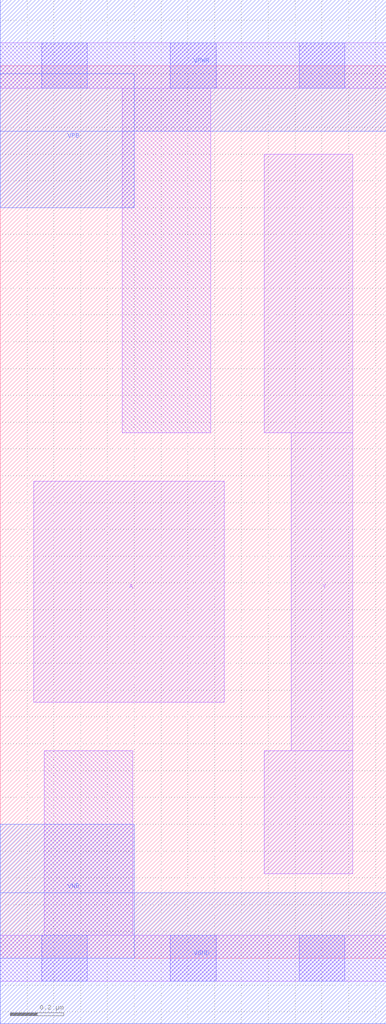
<source format=lef>
# Copyright 2020 The SkyWater PDK Authors
#
# Licensed under the Apache License, Version 2.0 (the "License");
# you may not use this file except in compliance with the License.
# You may obtain a copy of the License at
#
#     https://www.apache.org/licenses/LICENSE-2.0
#
# Unless required by applicable law or agreed to in writing, software
# distributed under the License is distributed on an "AS IS" BASIS,
# WITHOUT WARRANTIES OR CONDITIONS OF ANY KIND, either express or implied.
# See the License for the specific language governing permissions and
# limitations under the License.
#
# SPDX-License-Identifier: Apache-2.0

VERSION 5.5 ;
NAMESCASESENSITIVE ON ;
BUSBITCHARS "[]" ;
DIVIDERCHAR "/" ;
MACRO sky130_fd_sc_lp__inv_lp
  CLASS CORE ;
  SOURCE USER ;
  ORIGIN  0.000000  0.000000 ;
  SIZE  1.440000 BY  3.330000 ;
  SYMMETRY X Y R90 ;
  SITE unit ;
  PIN A
    ANTENNAGATEAREA  0.376000 ;
    DIRECTION INPUT ;
    USE SIGNAL ;
    PORT
      LAYER li1 ;
        RECT 0.125000 0.955000 0.835000 1.780000 ;
    END
  END A
  PIN Y
    ANTENNADIFFAREA  0.404700 ;
    DIRECTION OUTPUT ;
    USE SIGNAL ;
    PORT
      LAYER li1 ;
        RECT 0.985000 0.315000 1.315000 0.775000 ;
        RECT 0.985000 1.960000 1.315000 3.000000 ;
        RECT 1.085000 0.775000 1.315000 1.960000 ;
    END
  END Y
  PIN VGND
    DIRECTION INOUT ;
    USE GROUND ;
    PORT
      LAYER met1 ;
        RECT 0.000000 -0.245000 1.440000 0.245000 ;
    END
  END VGND
  PIN VNB
    DIRECTION INOUT ;
    USE GROUND ;
    PORT
    END
  END VNB
  PIN VPB
    DIRECTION INOUT ;
    USE POWER ;
    PORT
    END
  END VPB
  PIN VNB
    DIRECTION INOUT ;
    USE GROUND ;
    PORT
      LAYER met1 ;
        RECT 0.000000 0.000000 0.500000 0.500000 ;
    END
  END VNB
  PIN VPB
    DIRECTION INOUT ;
    USE POWER ;
    PORT
      LAYER met1 ;
        RECT 0.000000 2.800000 0.500000 3.300000 ;
    END
  END VPB
  PIN VPWR
    DIRECTION INOUT ;
    USE POWER ;
    PORT
      LAYER met1 ;
        RECT 0.000000 3.085000 1.440000 3.575000 ;
    END
  END VPWR
  OBS
    LAYER li1 ;
      RECT 0.000000 -0.085000 1.440000 0.085000 ;
      RECT 0.000000  3.245000 1.440000 3.415000 ;
      RECT 0.165000  0.085000 0.495000 0.775000 ;
      RECT 0.455000  1.960000 0.785000 3.245000 ;
    LAYER mcon ;
      RECT 0.155000 -0.085000 0.325000 0.085000 ;
      RECT 0.155000  3.245000 0.325000 3.415000 ;
      RECT 0.635000 -0.085000 0.805000 0.085000 ;
      RECT 0.635000  3.245000 0.805000 3.415000 ;
      RECT 1.115000 -0.085000 1.285000 0.085000 ;
      RECT 1.115000  3.245000 1.285000 3.415000 ;
  END
END sky130_fd_sc_lp__inv_lp
END LIBRARY

</source>
